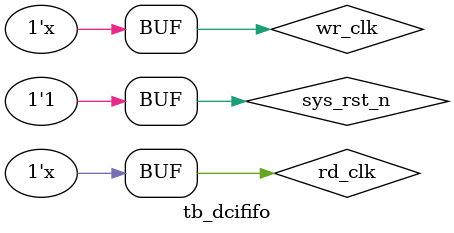
<source format=v>
`timescale 1ns / 1ps


module tb_dcififo();

reg sys_rst_n;
reg wr_clk;
reg rd_clk;
reg [7:0] wr_data;
reg wr_en;
reg rd_en;

reg [1:0] cnt;

reg full_reg0;
reg full_reg1;

wire [7:0] rd_data;
wire full;
wire empty;
wire [6:0] rd_data_count;
wire [7:0] wr_data_count;

initial begin
    wr_clk = 1'b1;
    rd_clk = 1'b1;
    sys_rst_n <= 1'b0;
    #20
    sys_rst_n <= 1'b1;
end

always #10 wr_clk = ~wr_clk;
always #20 rd_clk = ~rd_clk;

    always @(posedge wr_clk or negedge sys_rst_n)
        begin
            if(!sys_rst_n)
               cnt <= 2'd0;
            else if(cnt == 2'd3)
               cnt <= 2'd0;
            else
                cnt <= cnt + 1'd1;
        end

    always @(posedge wr_clk or negedge sys_rst_n)
        begin
            if(!sys_rst_n)
                wr_en <= 1'b0;
            else if((cnt == 2'd0)&&(rd_en == 1'b0))
                wr_en <= 1'b1;
            else
                wr_en <= 1'b0;
        end

    always @(posedge wr_clk or negedge sys_rst_n)           
        begin                                        
            if(!sys_rst_n)                               
                wr_data <= 8'd0;                                       
            else if((wr_data == 8'd255)&&(wr_en == 1'b1))                                
                wr_data <= 8'd0;                                     
            else if(wr_en == 1'b1)
                wr_data <= wr_data + 1'b1;
        end      

    always @(posedge rd_clk or negedge sys_rst_n)
            if(!sys_rst_n) begin
                    full_reg0 <= 1'b0;
                    full_reg1 <= 1'b0;
            end
            else begin
                    full_reg0 <= full;
                    full_reg1 <= full_reg0;
            end

    always @(posedge rd_clk or negedge sys_rst_n)
        begin
            if(!sys_rst_n)
                rd_en <= 1'b0;
            else if(full_reg1 == 1'b1)
                rd_en <= 1'b1;
            else if(empty == 1'b1)
                rd_en <= 1'b0;
        end


dcififo dcififo_inst
(
    .wr_clk                             (wr_clk                    ),
    .rd_clk                             (rd_clk                    ),
    .wr_data                            (wr_data                   ),
    .wr_en                              (wr_en                     ),
    .rd_en                              (rd_en                     ),

    .rd_data                            (rd_data                   ),
    .full                               (full                      ),
    .empty                              (empty                     ),
    .rd_data_count                      (rd_data_count             ),
    .wr_data_count                      (wr_data_count             ) 
    );




endmodule

</source>
